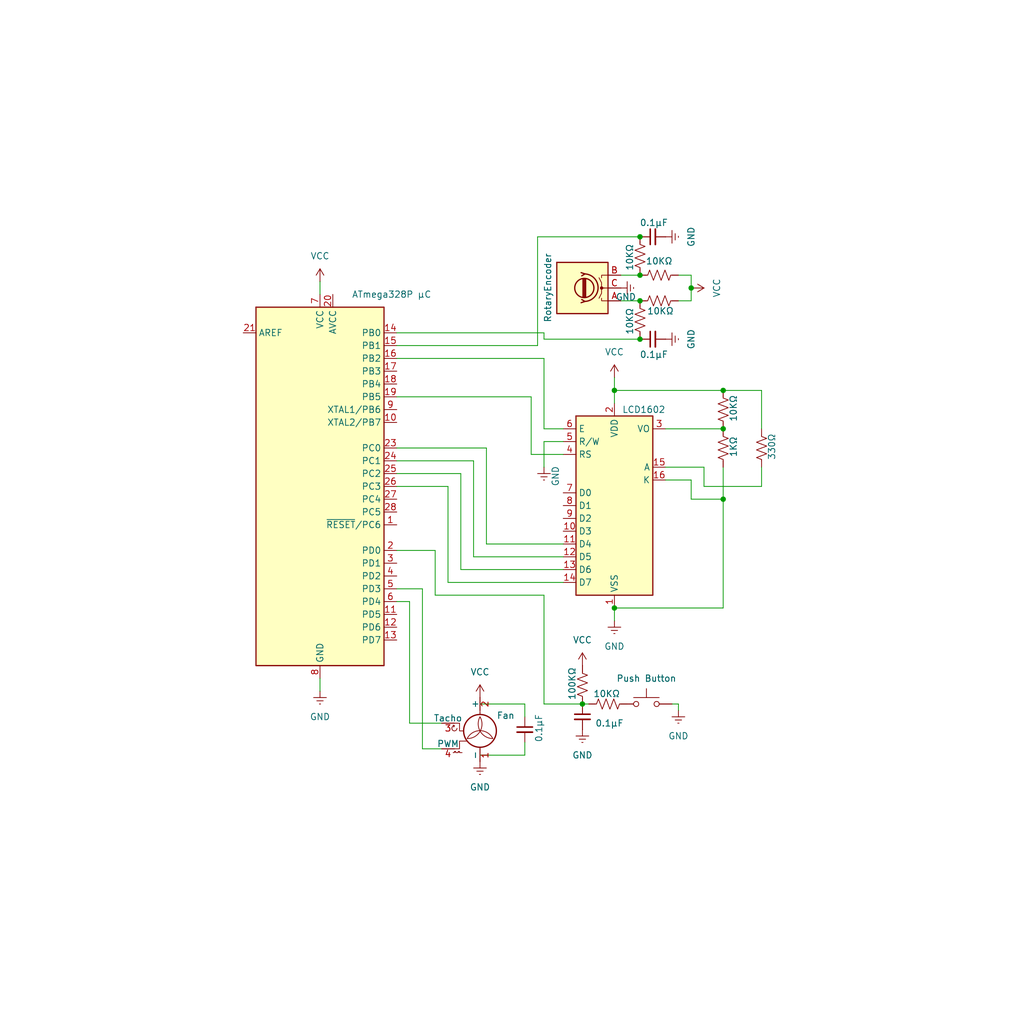
<source format=kicad_sch>
(kicad_sch (version 20250114) (generator "eeschema") (generator_version "9.0")
  (paper "User" 203.2 203.2)
  (title_block (title "Lab 4 Sage Marks & Matt Krueger") (date "4/4/2025"))
  (lib_symbols
    (symbol "Device:C_Small" (pin_numbers (hide yes)) (pin_names (offset 0.254) (hide yes))
      (property "Reference" "C" (at 0.254 1.778 0))
      (property "Value" "C_Small" (at 0.254 -2.032 0))
      (symbol "C_Small_0_1"
        (polyline (pts (xy -1.524 0.508) (xy 1.524 0.508)) (stroke (width 0.3048)))
        (polyline (pts (xy -1.524 -0.508) (xy 1.524 -0.508)) (stroke (width 0.3302)))
      )
      (symbol "C_Small_1_1"
        (pin passive line (at 0 2.54 270) (length 2.032) (name "~") (number "1"))
        (pin passive line (at 0 -2.54 90) (length 2.032) (name "~") (number "2"))
      )
    )
    (symbol "Device:R_US" (pin_numbers (hide yes)) (pin_names (offset 0))
      (property "Reference" "R" (at 2.54 0 90))
      (property "Value" "R_US" (at -2.54 0 90))
      (symbol "R_US_0_1"
        (polyline (pts (xy 0 2.286) (xy 0 2.54)))
        (polyline (pts (xy 0 2.286) (xy 1.016 1.905) (xy 0 1.524) (xy -1.016 1.143) (xy 0 0.762)))
        (polyline (pts (xy 0 0.762) (xy 1.016 0.381) (xy 0 0) (xy -1.016 -0.381) (xy 0 -0.762)))
        (polyline (pts (xy 0 -0.762) (xy 1.016 -1.143) (xy 0 -1.524) (xy -1.016 -1.905) (xy 0 -2.286)))
        (polyline (pts (xy 0 -2.286) (xy 0 -2.54)))
      )
      (symbol "R_US_1_1"
        (pin passive line (at 0 3.81 270) (length 1.27) (name "~") (number "1"))
        (pin passive line (at 0 -3.81 90) (length 1.27) (name "~") (number "2"))
      )
    )
    (symbol "Device:RotaryEncoder" (pin_names (offset 0.254) (hide yes))
      (property "Reference" "SW" (at 0 6.604 0))
      (property "Value" "RotaryEncoder" (at 0 -6.604 0))
      (symbol "RotaryEncoder_0_1"
        (rectangle (start -5.08 5.08) (end 5.08 -5.08) (stroke (width 0.254)) (fill (type background)))
        (polyline (pts (xy -5.08 2.54) (xy -3.81 2.54) (xy -3.81 2.032)))
        (polyline (pts (xy -5.08 0) (xy -3.81 0) (xy -3.81 -1.016) (xy -3.302 -2.032)))
        (polyline (pts (xy -5.08 -2.54) (xy -3.81 -2.54) (xy -3.81 -2.032)))
        (polyline (pts (xy -4.318 0) (xy -3.81 0) (xy -3.81 1.016) (xy -3.302 2.032)))
        (circle (center -3.81 0) (radius 0.254) (fill (type outline)))
        (polyline (pts (xy -0.635 -1.778) (xy -0.635 1.778)) (stroke (width 0.254)))
        (circle (center -0.381 0) (radius 1.905) (stroke (width 0.254)))
        (polyline (pts (xy -0.381 -1.778) (xy -0.381 1.778)) (stroke (width 0.254)))
        (arc (start -0.381 -2.794) (mid -3.0988 -0.0635) (end -0.381 2.667) (stroke (width 0.254)))
        (polyline (pts (xy -0.127 1.778) (xy -0.127 -1.778)) (stroke (width 0.254)))
        (polyline (pts (xy 0.254 2.921) (xy -0.508 2.667) (xy 0.127 2.286)) (stroke (width 0.254)))
        (polyline (pts (xy 0.254 -3.048) (xy -0.508 -2.794) (xy 0.127 -2.413)) (stroke (width 0.254)))
      )
      (symbol "RotaryEncoder_1_1"
        (pin passive line (at -7.62 2.54 0) (length 2.54) (name "A") (number "A"))
        (pin passive line (at -7.62 0 0) (length 2.54) (name "C") (number "C"))
        (pin passive line (at -7.62 -2.54 0) (length 2.54) (name "B") (number "B"))
      )
    )
    (symbol "Display_Character:WC1602A"
      (property "Reference" "DS" (at -5.842 19.05 0))
      (property "Value" "WC1602A" (at 5.334 19.05 0))
      (symbol "WC1602A_1_1"
        (rectangle (start -7.62 17.78) (end 7.62 -17.78) (stroke (width 0.254)) (fill (type background)))
        (pin input line (at -10.16 15.24 0) (length 2.54) (name "E") (number "6"))
        (pin input line (at -10.16 12.7 0) (length 2.54) (name "R/W") (number "5"))
        (pin input line (at -10.16 10.16 0) (length 2.54) (name "RS") (number "4"))
        (pin input line (at -10.16 2.54 0) (length 2.54) (name "D0") (number "7"))
        (pin input line (at -10.16 0 0) (length 2.54) (name "D1") (number "8"))
        (pin input line (at -10.16 -2.54 0) (length 2.54) (name "D2") (number "9"))
        (pin input line (at -10.16 -5.08 0) (length 2.54) (name "D3") (number "10"))
        (pin input line (at -10.16 -7.62 0) (length 2.54) (name "D4") (number "11"))
        (pin input line (at -10.16 -10.16 0) (length 2.54) (name "D5") (number "12"))
        (pin input line (at -10.16 -12.7 0) (length 2.54) (name "D6") (number "13"))
        (pin input line (at -10.16 -15.24 0) (length 2.54) (name "D7") (number "14"))
        (pin power_in line (at 0 20.32 270) (length 2.54) (name "VDD") (number "2"))
        (pin power_in line (at 0 -20.32 90) (length 2.54) (name "VSS") (number "1"))
        (pin input line (at 10.16 15.24 180) (length 2.54) (name "VO") (number "3"))
        (pin power_in line (at 10.16 7.62 180) (length 2.54) (name "A") (number "15"))
        (pin power_in line (at 10.16 5.08 180) (length 2.54) (name "K") (number "16"))
      )
    )
    (symbol "MCU_Microchip_ATmega:ATmega328P-P"
      (property "Reference" "U" (at -12.7 36.83 0))
      (property "Value" "ATmega328P-P" (at 2.54 -36.83 0))
      (symbol "ATmega328P-P_0_1"
        (rectangle (start -12.7 -35.56) (end 12.7 35.56) (stroke (width 0.254)) (fill (type background)))
      )
      (symbol "ATmega328P-P_1_1"
        (pin passive line (at -15.24 30.48 0) (length 2.54) (name "AREF") (number "21"))
        (pin power_in line (at 0 38.1 270) (length 2.54) (name "VCC") (number "7"))
        (pin passive line (at 0 -38.1 90) (length 2.54) (hide yes) (name "GND") (number "22"))
        (pin power_in line (at 0 -38.1 90) (length 2.54) (name "GND") (number "8"))
        (pin power_in line (at 2.54 38.1 270) (length 2.54) (name "AVCC") (number "20"))
        (pin bidirectional line (at 15.24 30.48 180) (length 2.54) (name "PB0") (number "14"))
        (pin bidirectional line (at 15.24 27.94 180) (length 2.54) (name "PB1") (number "15"))
        (pin bidirectional line (at 15.24 25.4 180) (length 2.54) (name "PB2") (number "16"))
        (pin bidirectional line (at 15.24 22.86 180) (length 2.54) (name "PB3") (number "17"))
        (pin bidirectional line (at 15.24 20.32 180) (length 2.54) (name "PB4") (number "18"))
        (pin bidirectional line (at 15.24 17.78 180) (length 2.54) (name "PB5") (number "19"))
        (pin bidirectional line (at 15.24 15.24 180) (length 2.54) (name "XTAL1/PB6") (number "9"))
        (pin bidirectional line (at 15.24 12.7 180) (length 2.54) (name "XTAL2/PB7") (number "10"))
        (pin bidirectional line (at 15.24 7.62 180) (length 2.54) (name "PC0") (number "23"))
        (pin bidirectional line (at 15.24 5.08 180) (length 2.54) (name "PC1") (number "24"))
        (pin bidirectional line (at 15.24 2.54 180) (length 2.54) (name "PC2") (number "25"))
        (pin bidirectional line (at 15.24 0 180) (length 2.54) (name "PC3") (number "26"))
        (pin bidirectional line (at 15.24 -2.54 180) (length 2.54) (name "PC4") (number "27"))
        (pin bidirectional line (at 15.24 -5.08 180) (length 2.54) (name "PC5") (number "28"))
        (pin bidirectional line (at 15.24 -7.62 180) (length 2.54) (name "~{RESET}/PC6") (number "1"))
        (pin bidirectional line (at 15.24 -12.7 180) (length 2.54) (name "PD0") (number "2"))
        (pin bidirectional line (at 15.24 -15.24 180) (length 2.54) (name "PD1") (number "3"))
        (pin bidirectional line (at 15.24 -17.78 180) (length 2.54) (name "PD2") (number "4"))
        (pin bidirectional line (at 15.24 -20.32 180) (length 2.54) (name "PD3") (number "5"))
        (pin bidirectional line (at 15.24 -22.86 180) (length 2.54) (name "PD4") (number "6"))
        (pin bidirectional line (at 15.24 -25.4 180) (length 2.54) (name "PD5") (number "11"))
        (pin bidirectional line (at 15.24 -27.94 180) (length 2.54) (name "PD6") (number "12"))
        (pin bidirectional line (at 15.24 -30.48 180) (length 2.54) (name "PD7") (number "13"))
      )
    )
    (symbol "Motor:Fan_4pin" (pin_names (offset 0))
      (property "Reference" "M" (at 2.54 5.08 0))
      (property "Value" "Fan_4pin" (at 2.54 -2.54 0))
      (symbol "Fan_4pin_0_0"
        (polyline (pts (xy -5.08 2.032) (xy -5.334 2.159)))
        (polyline (pts (xy -5.08 2.032) (xy -5.207 1.778)))
        (arc (start -4.572 1.524) (mid -5.08 1.0182) (end -5.588 1.524))
        (arc (start -5.588 1.524) (mid -5.4392 1.8832) (end -5.08 2.032))
        (polyline (pts (xy -4.064 2.54) (xy -4.064 1.016) (xy -3.302 1.016)))
      )
      (symbol "Fan_4pin_0_1"
        (polyline (pts (xy -5.334 -3.302) (xy -5.08 -3.302) (xy -5.08 -3.048) (xy -4.826 -3.048) (xy -4.826 -3.302) (xy -4.318 -3.302) (xy -4.318 -3.048) (xy -4.064 -3.048) (xy -4.064 -3.302) (xy -3.556 -3.302)))
        (polyline (pts (xy -4.064 2.54) (xy -5.08 2.54)))
        (polyline (pts (xy -2.54 -1.016) (xy -4.064 -1.016) (xy -4.064 -2.54) (xy -5.08 -2.54)))
        (arc (start 0 3.81) (mid -0.0015 0.9048) (end -2.54 -0.508))
        (polyline (pts (xy 0 4.572) (xy 0 5.08)))
        (polyline (pts (xy 0 4.2672) (xy 0 4.6228)))
        (circle (center 0 1.016) (radius 3.2512) (stroke (width 0.254)))
        (arc (start -2.54 -0.508) (mid 0 1.0618) (end 2.54 -0.508))
        (polyline (pts (xy 0 -2.2352) (xy 0 -2.6416)))
        (polyline (pts (xy 0 -5.08) (xy 0 -4.572)))
        (arc (start 2.54 -0.508) (mid 0.047 0.9315) (end 0 3.81))
      )
      (symbol "Fan_4pin_1_1"
        (pin passive line (at -7.62 2.54 0) (length 2.54) (name "Tacho") (number "3"))
        (pin input line (at -7.62 -2.54 0) (length 2.54) (name "PWM") (number "4"))
        (pin passive line (at 0 7.62 270) (length 2.54) (name "+") (number "2"))
        (pin passive line (at 0 -5.08 90) (length 2.54) (name "-") (number "1"))
      )
    )
    (symbol "Switch:SW_Push" (pin_numbers (hide yes)) (pin_names (offset 1.016) (hide yes))
      (property "Reference" "SW" (at 1.27 2.54 0))
      (property "Value" "SW_Push" (at 0 -1.524 0))
      (symbol "SW_Push_0_1"
        (circle (center -2.032 0) (radius 0.508))
        (polyline (pts (xy 0 1.27) (xy 0 3.048)))
        (circle (center 2.032 0) (radius 0.508))
        (polyline (pts (xy 2.54 1.27) (xy -2.54 1.27)))
        (pin passive line (at -5.08 0 0) (length 2.54) (name "1") (number "1"))
        (pin passive line (at 5.08 0 180) (length 2.54) (name "2") (number "2"))
      )
    )
    (symbol "power:Earth" (power) (pin_numbers (hide yes)) (pin_names (offset 0) (hide yes))
      (property "Value" "Earth" (at 0 -3.81 0))
      (symbol "Earth_0_1"
        (polyline (pts (xy -0.635 -1.905) (xy 0.635 -1.905)))
        (polyline (pts (xy -0.127 -2.54) (xy 0.127 -2.54)))
        (polyline (pts (xy 0 -1.27) (xy 0 0)))
        (polyline (pts (xy 1.27 -1.27) (xy -1.27 -1.27)))
      )
      (symbol "Earth_1_1"
        (pin power_in line (at 0 0 270) (length 0) (name "~") (number "1"))
      )
    )
    (symbol "power:VCC" (power) (pin_numbers (hide yes)) (pin_names (offset 0) (hide yes))
      (property "Value" "VCC" (at 0 3.556 0))
      (symbol "VCC_0_1"
        (polyline (pts (xy -0.762 1.27) (xy 0 2.54)))
        (polyline (pts (xy 0 2.54) (xy 0.762 1.27)))
        (polyline (pts (xy 0 0) (xy 0 2.54)))
      )
      (symbol "VCC_1_1"
        (pin power_in line (at 0 0 90) (length 0) (name "~") (number "1"))
      )
    )
  )
  (junction (at 121.92 77.47))
  (junction (at 115.57 139.7))
  (junction (at 137.16 57.15))
  (junction (at 121.92 120.65))
  (junction (at 127 67.31))
  (junction (at 143.51 99.06))
  (junction (at 127 46.99))
  (junction (at 127 59.69))
  (junction (at 143.51 85.09))
  (junction (at 143.51 77.47))
  (junction (at 127 54.61))
  (wire (pts (xy 96.52 88.9) (xy 96.52 107.95)))
  (wire (pts (xy 105.41 90.17) (xy 111.76 90.17)))
  (wire (pts (xy 81.28 119.38) (xy 81.28 143.51)))
  (wire (pts (xy 151.13 85.09) (xy 151.13 77.47)))
  (wire (pts (xy 95.25 139.7) (xy 104.14 139.7)))
  (wire (pts (xy 121.92 77.47) (xy 143.51 77.47)))
  (wire (pts (xy 143.51 77.47) (xy 151.13 77.47)))
  (wire (pts (xy 107.95 87.63) (xy 107.95 92.71)))
  (wire (pts (xy 137.16 95.25) (xy 137.16 99.06)))
  (wire (pts (xy 93.98 91.44) (xy 93.98 110.49)))
  (wire (pts (xy 107.95 85.09) (xy 111.76 85.09)))
  (wire (pts (xy 107.95 66.04) (xy 107.95 67.31)))
  (wire (pts (xy 106.68 46.99) (xy 127 46.99)))
  (wire (pts (xy 78.74 93.98) (xy 91.44 93.98)))
  (wire (pts (xy 96.52 107.95) (xy 111.76 107.95)))
  (wire (pts (xy 115.57 139.7) (xy 107.95 139.7)))
  (wire (pts (xy 86.36 118.11) (xy 86.36 109.22)))
  (wire (pts (xy 134.62 139.7) (xy 133.35 139.7)))
  (wire (pts (xy 123.19 59.69) (xy 127 59.69)))
  (wire (pts (xy 105.41 78.74) (xy 105.41 90.17)))
  (wire (pts (xy 121.92 74.93) (xy 121.92 77.47)))
  (wire (pts (xy 95.25 149.86) (xy 104.14 149.86)))
  (wire (pts (xy 63.5 134.62) (xy 63.5 137.16)))
  (wire (pts (xy 88.9 96.52) (xy 88.9 115.57)))
  (wire (pts (xy 139.7 92.71) (xy 139.7 96.52)))
  (wire (pts (xy 121.92 120.65) (xy 143.51 120.65)))
  (wire (pts (xy 81.28 143.51) (xy 87.63 143.51)))
  (wire (pts (xy 107.95 118.11) (xy 86.36 118.11)))
  (wire (pts (xy 121.92 80.01) (xy 121.92 77.47)))
  (wire (pts (xy 111.76 87.63) (xy 107.95 87.63)))
  (wire (pts (xy 134.62 59.69) (xy 137.16 59.69)))
  (wire (pts (xy 107.95 67.31) (xy 127 67.31)))
  (wire (pts (xy 78.74 116.84) (xy 83.82 116.84)))
  (wire (pts (xy 137.16 99.06) (xy 143.51 99.06)))
  (wire (pts (xy 132.08 92.71) (xy 139.7 92.71)))
  (wire (pts (xy 134.62 54.61) (xy 137.16 54.61)))
  (wire (pts (xy 93.98 110.49) (xy 111.76 110.49)))
  (wire (pts (xy 132.08 95.25) (xy 137.16 95.25)))
  (wire (pts (xy 83.82 148.59) (xy 87.63 148.59)))
  (wire (pts (xy 121.92 123.19) (xy 121.92 120.65)))
  (wire (pts (xy 123.19 54.61) (xy 127 54.61)))
  (wire (pts (xy 106.68 68.58) (xy 106.68 46.99)))
  (wire (pts (xy 78.74 119.38) (xy 81.28 119.38)))
  (wire (pts (xy 78.74 96.52) (xy 88.9 96.52)))
  (wire (pts (xy 107.95 139.7) (xy 107.95 118.11)))
  (wire (pts (xy 104.14 147.32) (xy 104.14 149.86)))
  (wire (pts (xy 83.82 116.84) (xy 83.82 148.59)))
  (wire (pts (xy 78.74 88.9) (xy 96.52 88.9)))
  (wire (pts (xy 107.95 71.12) (xy 107.95 85.09)))
  (wire (pts (xy 137.16 57.15) (xy 137.16 54.61)))
  (wire (pts (xy 104.14 139.7) (xy 104.14 142.24)))
  (wire (pts (xy 91.44 93.98) (xy 91.44 113.03)))
  (wire (pts (xy 137.16 59.69) (xy 137.16 57.15)))
  (wire (pts (xy 116.84 139.7) (xy 115.57 139.7)))
  (wire (pts (xy 86.36 109.22) (xy 78.74 109.22)))
  (wire (pts (xy 124.46 139.7) (xy 123.19 139.7)))
  (wire (pts (xy 132.08 85.09) (xy 143.51 85.09)))
  (wire (pts (xy 151.13 92.71) (xy 151.13 96.52)))
  (wire (pts (xy 78.74 78.74) (xy 105.41 78.74)))
  (wire (pts (xy 91.44 113.03) (xy 111.76 113.03)))
  (wire (pts (xy 78.74 71.12) (xy 107.95 71.12)))
  (wire (pts (xy 78.74 68.58) (xy 106.68 68.58)))
  (wire (pts (xy 139.7 96.52) (xy 151.13 96.52)))
  (wire (pts (xy 143.51 99.06) (xy 143.51 120.65)))
  (wire (pts (xy 63.5 55.88) (xy 63.5 58.42)))
  (wire (pts (xy 143.51 92.71) (xy 143.51 99.06)))
  (wire (pts (xy 134.62 140.97) (xy 134.62 139.7)))
  (wire (pts (xy 78.74 66.04) (xy 107.95 66.04)))
  (wire (pts (xy 78.74 91.44) (xy 93.98 91.44)))
  (wire (pts (xy 88.9 115.57) (xy 111.76 115.57)))
  (symbol (lib_id "Switch:SW_Push") (at 128.27 139.7 0) (unit 1)
    (property "Reference" "SW1" (effects (hide yes)))
    (property "Value" "Push Button" (at 128.27 134.62 0))
    (property "Description" "Push button switch, generic, two pins" (effects (hide yes)))
  )
  (symbol (lib_id "Device:R_US") (at 130.81 54.61 90) (unit 1)
    (property "Reference" "R4" (effects (hide yes)))
    (property "Value" "10KΩ" (at 130.81 51.816 90))
    (property "Description" "Resistor, US symbol" (effects (hide yes)))
  )
  (symbol (lib_id "power:VCC") (at 115.57 132.08 0) (unit 1)
    (property "Reference" "#PWR03" (effects (hide yes)))
    (property "Value" "VCC" (at 115.57 127 0))
    (property "Description" "Power symbol creates a global label with name \"VCC\"" (effects (hide yes)))
  )
  (symbol (lib_id "Display_Character:WC1602A") (at 121.92 100.33 0) (unit 1)
    (property "Reference" "LCD1602" (at 123.444 81.28 0) (effects (justify left)))
    (property "Value" "WC1602A" (effects (hide yes)))
    (property "Footprint" "Display:WC1602A" (effects (hide yes)))
    (property "Datasheet" "http://www.wincomlcd.com/pdf/WC1602A-SFYLYHTC06.pdf" (effects (hide yes)))
    (property "Description" "LCD 16x2 Alphanumeric , 8 bit parallel bus, 5V VDD" (effects (hide yes)))
  )
  (symbol (lib_id "Motor:Fan_4pin") (at 95.25 146.05 0) (unit 1)
    (property "Reference" "M1" (effects (hide yes)))
    (property "Value" "Fan" (at 98.552 141.986 0) (effects (justify left)))
    (property "Datasheet" "http://www.formfactors.org/developer%5Cspecs%5Crev1_2_public.pdf" (effects (hide yes)))
    (property "Description" "Fan, tacho output, PWM input, 4-pin connector" (effects (hide yes)))
  )
  (symbol (lib_id "power:Earth") (at 123.19 57.15 90) (unit 1)
    (property "Reference" "#PWR06" (effects (hide yes)))
    (property "Value" "GND" (at 124.206 58.928 90))
    (property "Description" "Power symbol creates a global label with name \"Earth\"" (effects (hide yes)))
  )
  (symbol (lib_id "Device:C_Small") (at 129.54 46.99 90) (unit 1)
    (property "Reference" "C3" (effects (hide yes)))
    (property "Value" "0.1µF" (at 132.588 44.196 90) (effects (justify left)))
    (property "Description" "Unpolarized capacitor, small symbol" (effects (hide yes)))
  )
  (symbol (lib_id "Device:R_US") (at 130.81 59.69 90) (unit 1)
    (property "Reference" "R3" (effects (hide yes)))
    (property "Value" "10KΩ" (at 131.064 61.722 90))
    (property "Description" "Resistor, US symbol" (effects (hide yes)))
  )
  (symbol (lib_id "power:Earth") (at 95.25 151.13 0) (unit 1)
    (property "Reference" "#PWR011" (effects (hide yes)))
    (property "Value" "GND" (at 95.25 156.21 0))
    (property "Description" "Power symbol creates a global label with name \"Earth\"" (effects (hide yes)))
  )
  (symbol (lib_id "Device:C_Small") (at 129.54 67.31 90) (unit 1)
    (property "Reference" "C2" (effects (hide yes)))
    (property "Value" "0.1µF" (at 132.588 70.358 90) (effects (justify left)))
    (property "Description" "Unpolarized capacitor, small symbol" (effects (hide yes)))
  )
  (symbol (lib_id "Device:R_US") (at 143.51 81.28 180) (unit 1)
    (property "Reference" "R7" (effects (hide yes)))
    (property "Value" "10KΩ" (at 145.542 81.026 90))
    (property "Description" "Resistor, US symbol" (effects (hide yes)))
  )
  (symbol (lib_id "power:Earth") (at 134.62 140.97 0) (unit 1)
    (property "Reference" "#PWR02" (effects (hide yes)))
    (property "Value" "GND" (at 134.62 146.05 0))
    (property "Description" "Power symbol creates a global label with name \"Earth\"" (effects (hide yes)))
  )
  (symbol (lib_id "Device:R_US") (at 143.51 88.9 180) (unit 1)
    (property "Reference" "R8" (effects (hide yes)))
    (property "Value" "1KΩ" (at 145.542 88.646 90))
    (property "Description" "Resistor, US symbol" (effects (hide yes)))
  )
  (symbol (lib_id "Device:RotaryEncoder") (at 115.57 57.15 180) (unit 1)
    (property "Reference" "SW2" (effects (hide yes)))
    (property "Value" "RotaryEncoder" (at 108.712 64.008 90) (effects (justify right)))
    (property "Description" "Rotary encoder, dual channel, incremental quadrate outputs" (effects (hide yes)))
  )
  (symbol (lib_id "Device:R_US") (at 127 50.8 0) (unit 1)
    (property "Reference" "R6" (effects (hide yes)))
    (property "Value" "10KΩ" (at 124.968 51.054 90))
    (property "Description" "Resistor, US symbol" (effects (hide yes)))
  )
  (symbol (lib_id "MCU_Microchip_ATmega:ATmega328P-P") (at 63.5 96.52 0) (unit 1)
    (property "Reference" "U2" (effects (hide yes)))
    (property "Value" "ATmega328P µC" (at 77.724 58.42 0))
    (property "Footprint" "Package_DIP:DIP-28_W7.62mm" (effects (hide yes)))
    (property "Datasheet" "http://ww1.microchip.com/downloads/en/DeviceDoc/ATmega328_P%20AVR%20MCU%20with%20picoPower%20Technology%20Data%20Sheet%2040001984A.pdf" (effects (hide yes)))
    (property "Description" "20MHz, 32kB Flash, 2kB SRAM, 1kB EEPROM, DIP-28" (effects (hide yes)))
  )
  (symbol (lib_id "power:VCC") (at 63.5 55.88 0) (unit 1)
    (property "Reference" "#PWR09" (effects (hide yes)))
    (property "Value" "VCC" (at 63.5 50.8 0))
    (property "Description" "Power symbol creates a global label with name \"VCC\"" (effects (hide yes)))
  )
  (symbol (lib_id "power:Earth") (at 132.08 67.31 90) (unit 1)
    (property "Reference" "#PWR04" (effects (hide yes)))
    (property "Value" "GND" (at 137.16 67.31 0))
    (property "Description" "Power symbol creates a global label with name \"Earth\"" (effects (hide yes)))
  )
  (symbol (lib_id "power:Earth") (at 107.95 92.71 0) (unit 1)
    (property "Reference" "#PWR014" (effects (hide yes)))
    (property "Value" "GND" (at 110.236 94.488 90))
    (property "Description" "Power symbol creates a global label with name \"Earth\"" (effects (hide yes)))
  )
  (symbol (lib_id "Device:R_US") (at 127 63.5 0) (unit 1)
    (property "Reference" "R5" (effects (hide yes)))
    (property "Value" "10KΩ" (at 124.968 63.754 90))
    (property "Description" "Resistor, US symbol" (effects (hide yes)))
  )
  (symbol (lib_id "Device:R_US") (at 115.57 135.89 0) (unit 1)
    (property "Reference" "R2" (effects (hide yes)))
    (property "Value" "100KΩ" (at 113.538 138.938 90) (effects (justify left)))
    (property "Description" "Resistor, US symbol" (effects (hide yes)))
  )
  (symbol (lib_id "Device:C_Small") (at 104.14 144.78 0) (unit 1)
    (property "Reference" "C4" (effects (hide yes)))
    (property "Value" "0.1µF" (at 106.934 147.32 90) (effects (justify left)))
    (property "Description" "Unpolarized capacitor, small symbol" (effects (hide yes)))
  )
  (symbol (lib_id "power:Earth") (at 63.5 137.16 0) (unit 1)
    (property "Reference" "#PWR08" (effects (hide yes)))
    (property "Value" "GND" (at 63.5 142.24 0))
    (property "Description" "Power symbol creates a global label with name \"Earth\"" (effects (hide yes)))
  )
  (symbol (lib_id "Device:R_US") (at 120.65 139.7 270) (unit 1)
    (property "Reference" "R1" (effects (hide yes)))
    (property "Value" "10KΩ" (at 120.396 137.668 90))
    (property "Description" "Resistor, US symbol" (effects (hide yes)))
  )
  (symbol (lib_id "Device:C_Small") (at 115.57 142.24 0) (unit 1)
    (property "Reference" "C1" (effects (hide yes)))
    (property "Value" "0.1µF" (at 118.11 143.5162 0) (effects (justify left)))
    (property "Description" "Unpolarized capacitor, small symbol" (effects (hide yes)))
  )
  (symbol (lib_id "power:Earth") (at 121.92 123.19 0) (unit 1)
    (property "Reference" "#PWR013" (effects (hide yes)))
    (property "Value" "GND" (at 121.92 128.27 0))
    (property "Description" "Power symbol creates a global label with name \"Earth\"" (effects (hide yes)))
  )
  (symbol (lib_id "power:Earth") (at 132.08 46.99 90) (unit 1)
    (property "Reference" "#PWR05" (effects (hide yes)))
    (property "Value" "GND" (at 137.16 46.99 0))
    (property "Description" "Power symbol creates a global label with name \"Earth\"" (effects (hide yes)))
  )
  (symbol (lib_id "Device:R_US") (at 151.13 88.9 180) (unit 1)
    (property "Reference" "R9" (effects (hide yes)))
    (property "Value" "330Ω" (at 153.162 88.646 90))
    (property "Description" "Resistor, US symbol" (effects (hide yes)))
  )
  (symbol (lib_id "power:VCC") (at 95.25 138.43 0) (unit 1)
    (property "Reference" "#PWR010" (effects (hide yes)))
    (property "Value" "VCC" (at 95.25 133.35 0))
    (property "Description" "Power symbol creates a global label with name \"VCC\"" (effects (hide yes)))
  )
  (symbol (lib_id "power:VCC") (at 137.16 57.15 270) (unit 1)
    (property "Reference" "#PWR07" (effects (hide yes)))
    (property "Value" "VCC" (at 142.24 57.15 0))
    (property "Description" "Power symbol creates a global label with name \"VCC\"" (effects (hide yes)))
  )
  (symbol (lib_id "power:Earth") (at 115.57 144.78 0) (unit 1)
    (property "Reference" "#PWR01" (effects (hide yes)))
    (property "Value" "GND" (at 115.57 149.86 0))
    (property "Description" "Power symbol creates a global label with name \"Earth\"" (effects (hide yes)))
  )
  (symbol (lib_id "power:VCC") (at 121.92 74.93 0) (unit 1)
    (property "Reference" "#PWR012" (effects (hide yes)))
    (property "Value" "VCC" (at 121.92 69.85 0))
    (property "Description" "Power symbol creates a global label with name \"VCC\"" (effects (hide yes)))
  )
)
</source>
